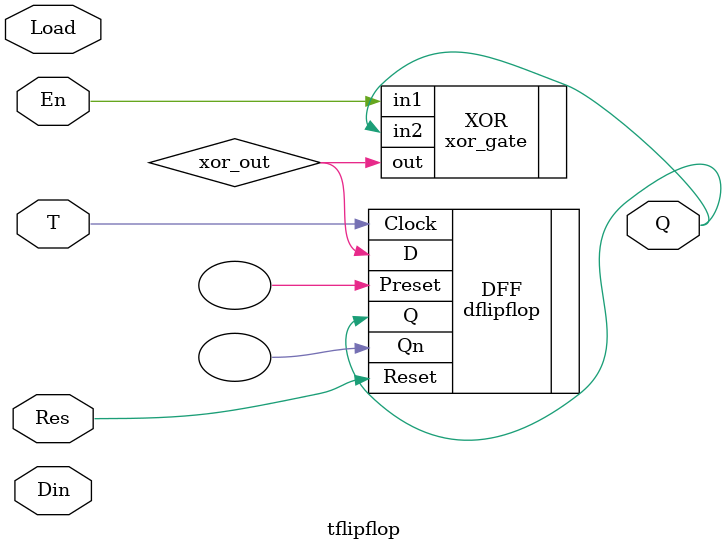
<source format=v>
`include "components_new.v"
`include "xor_gate.v"

module tflipflop (output wire Q,
                  input wire En, T, Res, Load, Din);

  wire xor_out;

  xor_gate XOR (.out(xor_out), .in1(En), .in2(Q));

  dflipflop DFF (.Q(Q), .Qn(), .Clock(T), .Reset(Res), .Preset(), .D(xor_out));

endmodule
</source>
